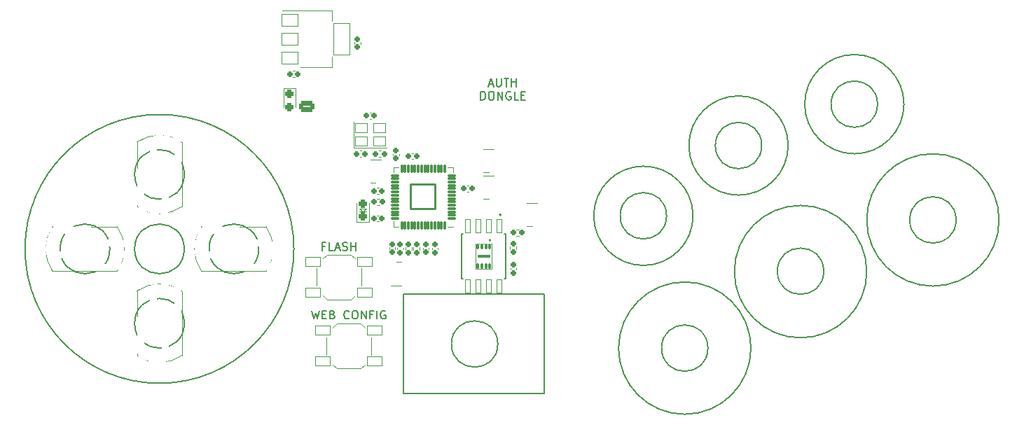
<source format=gbr>
%TF.GenerationSoftware,KiCad,Pcbnew,8.0.0*%
%TF.CreationDate,2024-02-23T16:44:12-07:00*%
%TF.ProjectId,saturn_controller_pcb,73617475-726e-45f6-936f-6e74726f6c6c,4a*%
%TF.SameCoordinates,Original*%
%TF.FileFunction,Legend,Top*%
%TF.FilePolarity,Positive*%
%FSLAX46Y46*%
G04 Gerber Fmt 4.6, Leading zero omitted, Abs format (unit mm)*
G04 Created by KiCad (PCBNEW 8.0.0) date 2024-02-23 16:44:12*
%MOMM*%
%LPD*%
G01*
G04 APERTURE LIST*
G04 Aperture macros list*
%AMRoundRect*
0 Rectangle with rounded corners*
0 $1 Rounding radius*
0 $2 $3 $4 $5 $6 $7 $8 $9 X,Y pos of 4 corners*
0 Add a 4 corners polygon primitive as box body*
4,1,4,$2,$3,$4,$5,$6,$7,$8,$9,$2,$3,0*
0 Add four circle primitives for the rounded corners*
1,1,$1+$1,$2,$3*
1,1,$1+$1,$4,$5*
1,1,$1+$1,$6,$7*
1,1,$1+$1,$8,$9*
0 Add four rect primitives between the rounded corners*
20,1,$1+$1,$2,$3,$4,$5,0*
20,1,$1+$1,$4,$5,$6,$7,0*
20,1,$1+$1,$6,$7,$8,$9,0*
20,1,$1+$1,$8,$9,$2,$3,0*%
%AMHorizOval*
0 Thick line with rounded ends*
0 $1 width*
0 $2 $3 position (X,Y) of the first rounded end (center of the circle)*
0 $4 $5 position (X,Y) of the second rounded end (center of the circle)*
0 Add line between two ends*
20,1,$1,$2,$3,$4,$5,0*
0 Add two circle primitives to create the rounded ends*
1,1,$1,$2,$3*
1,1,$1,$4,$5*%
G04 Aperture macros list end*
%ADD10C,0.150000*%
%ADD11C,0.120000*%
%ADD12C,0.127000*%
%ADD13C,0.200000*%
%ADD14RoundRect,0.050800X-1.000000X-0.750000X1.000000X-0.750000X1.000000X0.750000X-1.000000X0.750000X0*%
%ADD15RoundRect,0.050800X-1.000000X-1.900000X1.000000X-1.900000X1.000000X1.900000X-1.000000X1.900000X0*%
%ADD16RoundRect,0.050800X-0.900000X-0.550000X0.900000X-0.550000X0.900000X0.550000X-0.900000X0.550000X0*%
%ADD17RoundRect,0.165400X0.165400X0.195400X-0.165400X0.195400X-0.165400X-0.195400X0.165400X-0.195400X0*%
%ADD18RoundRect,0.165400X-0.195400X0.165400X-0.195400X-0.165400X0.195400X-0.165400X0.195400X0.165400X0*%
%ADD19O,0.801600X0.301600*%
%ADD20RoundRect,0.050800X0.146720X0.153210X-0.153210X0.146720X-0.146720X-0.153210X0.153210X-0.146720X0*%
%ADD21RoundRect,0.050800X0.163088X0.135655X-0.135655X0.163088X-0.163088X-0.135655X0.135655X-0.163088X0*%
%ADD22RoundRect,0.050800X0.128473X0.168803X-0.168803X0.128473X-0.128473X-0.168803X0.168803X-0.128473X0*%
%ADD23RoundRect,0.050800X0.177369X0.116363X-0.116363X0.177369X-0.177369X-0.116363X0.116363X-0.177369X0*%
%ADD24RoundRect,0.050800X0.108582X0.182236X-0.182236X0.108582X-0.108582X-0.182236X0.182236X-0.108582X0*%
%ADD25RoundRect,0.050800X0.189378X0.095582X-0.095582X0.189378X-0.189378X-0.095582X0.095582X-0.189378X0*%
%ADD26RoundRect,0.050800X0.087300X0.193336X-0.193336X0.087300X-0.087300X-0.193336X0.193336X-0.087300X0*%
%ADD27RoundRect,0.050800X0.198964X0.073576X-0.073576X0.198964X-0.198964X-0.073576X0.073576X-0.198964X0*%
%ADD28RoundRect,0.050800X0.064901X0.201960X-0.201960X0.064901X-0.064901X-0.201960X0.201960X-0.064901X0*%
%ADD29RoundRect,0.050800X0.206002X0.050629X-0.050629X0.206002X-0.206002X-0.050629X0.050629X-0.206002X0*%
%ADD30RoundRect,0.050800X0.041671X0.207999X-0.207999X0.041671X-0.041671X-0.207999X0.207999X-0.041671X0*%
%ADD31RoundRect,0.050800X0.210402X0.027034X-0.027034X0.210402X-0.210402X-0.027034X0.027034X-0.210402X0*%
%ADD32RoundRect,0.050800X0.017908X0.211375X-0.211375X0.017908X-0.017908X-0.211375X0.211375X-0.017908X0*%
%ADD33RoundRect,0.050800X0.212109X0.003093X-0.003093X0.212109X-0.212109X-0.003093X0.003093X-0.212109X0*%
%ADD34RoundRect,0.050800X-0.006085X0.212045X-0.212045X-0.006085X0.006085X-0.212045X0.212045X0.006085X0*%
%ADD35RoundRect,0.050800X0.211101X-0.020888X0.020888X0.211101X-0.211101X0.020888X-0.020888X-0.211101X0*%
%ADD36RoundRect,0.050800X-0.030000X0.210000X-0.210000X-0.030000X0.030000X-0.210000X0.210000X0.030000X0*%
%ADD37RoundRect,0.050800X0.207390X-0.044602X0.044602X0.207390X-0.207390X0.044602X-0.044602X-0.207390X0*%
%ADD38RoundRect,0.050800X0.203246X-0.060754X0.060754X0.203246X-0.203246X0.060754X-0.060754X-0.203246X0*%
%ADD39O,1.289034X0.401600*%
%ADD40O,3.479009X0.401600*%
%ADD41O,4.069223X0.401600*%
%ADD42O,4.608059X0.401600*%
%ADD43O,4.535632X0.401600*%
%ADD44O,4.270727X0.401600*%
%ADD45O,3.039444X0.401600*%
%ADD46O,1.601600X0.401600*%
%ADD47RoundRect,0.050800X0.060754X-0.203246X0.203246X0.060754X-0.060754X0.203246X-0.203246X-0.060754X0*%
%ADD48RoundRect,0.050800X0.037405X-0.208808X0.208808X0.037405X-0.037405X0.208808X-0.208808X-0.037405X0*%
%ADD49RoundRect,0.050800X-0.210000X0.030000X-0.030000X-0.210000X0.210000X-0.030000X0.030000X0.210000X0*%
%ADD50RoundRect,0.050800X0.013578X-0.211697X0.211697X0.013578X-0.013578X0.211697X-0.211697X-0.013578X0*%
%ADD51RoundRect,0.050800X-0.211708X0.013412X-0.013412X-0.211708X0.211708X-0.013412X0.013412X0.211708X0*%
%ADD52RoundRect,0.050800X-0.010424X-0.211876X0.211876X-0.010424X0.010424X0.211876X-0.211876X0.010424X0*%
%ADD53RoundRect,0.050800X-0.211868X-0.010589X0.010589X-0.211868X0.211868X0.010589X-0.010589X0.211868X0*%
%ADD54RoundRect,0.050800X-0.034292X-0.209342X0.209342X-0.034292X0.034292X0.209342X-0.209342X0.034292X0*%
%ADD55RoundRect,0.050800X-0.209315X-0.034455X0.034455X-0.209315X0.209315X0.034455X-0.034455X0.209315X0*%
%ADD56RoundRect,0.050800X-0.057721X-0.204128X0.204128X-0.057721X0.057721X0.204128X-0.204128X0.057721X0*%
%ADD57RoundRect,0.050800X-0.204083X-0.057880X0.057880X-0.204083X0.204083X0.057880X-0.057880X0.204083X0*%
%ADD58RoundRect,0.050800X-0.080411X-0.196301X0.196301X-0.080411X0.080411X0.196301X-0.196301X0.080411X0*%
%ADD59RoundRect,0.050800X-0.196238X-0.080564X0.080564X-0.196238X0.196238X0.080564X-0.080564X0.196238X0*%
%ADD60RoundRect,0.050800X-0.102072X-0.185961X0.185961X-0.102072X0.102072X0.185961X-0.185961X0.102072X0*%
%ADD61RoundRect,0.050800X-0.185881X-0.102217X0.102217X-0.185881X0.185881X0.102217X-0.102217X0.185881X0*%
%ADD62RoundRect,0.050800X-0.122425X-0.173240X0.173240X-0.122425X0.122425X0.173240X-0.173240X0.122425X0*%
%ADD63RoundRect,0.050800X-0.173144X-0.122561X0.122561X-0.173144X0.173144X0.122561X-0.122561X0.173144X0*%
%ADD64RoundRect,0.050800X-0.141212X-0.158301X0.158301X-0.141212X0.141212X0.158301X-0.158301X0.141212X0*%
%ADD65RoundRect,0.050800X-0.158191X-0.141336X0.141336X-0.158191X0.158191X0.141336X-0.141336X0.158191X0*%
%ADD66RoundRect,0.160400X0.160400X0.210400X-0.160400X0.210400X-0.160400X-0.210400X0.160400X-0.210400X0*%
%ADD67RoundRect,0.160400X-0.160400X-0.210400X0.160400X-0.210400X0.160400X0.210400X-0.160400X0.210400X0*%
%ADD68RoundRect,0.160400X0.210400X-0.160400X0.210400X0.160400X-0.210400X0.160400X-0.210400X-0.160400X0*%
%ADD69O,0.851600X0.851600*%
%ADD70HorizOval,0.851600X0.000000X0.000000X0.000000X0.000000X0*%
%ADD71HorizOval,0.851600X0.000000X0.000000X0.000000X0.000000X0*%
%ADD72HorizOval,0.851600X0.000000X0.000000X0.000000X0.000000X0*%
%ADD73HorizOval,0.851600X0.000000X0.000000X0.000000X0.000000X0*%
%ADD74HorizOval,0.851600X0.000000X0.000000X0.000000X0.000000X0*%
%ADD75HorizOval,0.851600X0.000000X0.000000X0.000000X0.000000X0*%
%ADD76HorizOval,0.851600X0.000000X0.000000X0.000000X0.000000X0*%
%ADD77HorizOval,0.851600X0.000000X0.000000X0.000000X0.000000X0*%
%ADD78HorizOval,0.851600X0.000000X0.000000X0.000000X0.000000X0*%
%ADD79HorizOval,0.851600X0.000000X0.000000X0.000000X0.000000X0*%
%ADD80HorizOval,0.851600X0.000000X0.000000X0.000000X0.000000X0*%
%ADD81HorizOval,0.851600X0.000000X0.000000X0.000000X0.000000X0*%
%ADD82HorizOval,0.851600X0.000000X0.000000X0.000000X0.000000X0*%
%ADD83HorizOval,0.851600X0.000000X0.000000X0.000000X0.000000X0*%
%ADD84HorizOval,0.851600X0.000000X0.000000X0.000000X0.000000X0*%
%ADD85HorizOval,0.851600X0.000000X0.000000X0.000000X0.000000X0*%
%ADD86HorizOval,0.851600X0.000000X0.000000X0.000000X0.000000X0*%
%ADD87HorizOval,0.851600X0.000000X0.000000X0.000000X0.000000X0*%
%ADD88HorizOval,0.851600X0.000000X0.000000X0.000000X0.000000X0*%
%ADD89HorizOval,0.851600X0.000000X0.000000X0.000000X0.000000X0*%
%ADD90HorizOval,0.851600X0.000000X0.000000X0.000000X0.000000X0*%
%ADD91HorizOval,0.851600X0.000000X0.000000X0.000000X0.000000X0*%
%ADD92O,0.851600X5.101600*%
%ADD93O,0.851600X7.101600*%
%ADD94HorizOval,0.851600X0.000000X0.000000X0.000000X0.000000X0*%
%ADD95HorizOval,0.851600X0.000000X0.000000X0.000000X0.000000X0*%
%ADD96HorizOval,0.851600X0.000000X0.000000X0.000000X0.000000X0*%
%ADD97HorizOval,0.851600X0.000000X0.000000X0.000000X0.000000X0*%
%ADD98HorizOval,0.851600X0.000000X0.000000X0.000000X0.000000X0*%
%ADD99HorizOval,0.851600X0.000000X0.000000X0.000000X0.000000X0*%
%ADD100HorizOval,0.851600X0.000000X0.000000X0.000000X0.000000X0*%
%ADD101HorizOval,0.851600X0.000000X0.000000X0.000000X0.000000X0*%
%ADD102HorizOval,0.851600X0.000000X0.000000X0.000000X0.000000X0*%
%ADD103HorizOval,0.851600X0.000000X0.000000X0.000000X0.000000X0*%
%ADD104HorizOval,0.851600X0.000000X0.000000X0.000000X0.000000X0*%
%ADD105HorizOval,0.851600X0.000000X0.000000X0.000000X0.000000X0*%
%ADD106HorizOval,0.851600X0.000000X0.000000X0.000000X0.000000X0*%
%ADD107HorizOval,0.851600X0.000000X0.000000X0.000000X0.000000X0*%
%ADD108HorizOval,0.851600X0.000000X0.000000X0.000000X0.000000X0*%
%ADD109HorizOval,0.851600X0.000000X0.000000X0.000000X0.000000X0*%
%ADD110HorizOval,0.851600X0.000000X0.000000X0.000000X0.000000X0*%
%ADD111HorizOval,0.851600X0.000000X0.000000X0.000000X0.000000X0*%
%ADD112HorizOval,0.851600X0.000000X0.000000X0.000000X0.000000X0*%
%ADD113HorizOval,0.851600X0.000000X0.000000X0.000000X0.000000X0*%
%ADD114HorizOval,0.851600X0.000000X0.000000X0.000000X0.000000X0*%
%ADD115HorizOval,0.851600X0.000000X0.000000X0.000000X0.000000X0*%
%ADD116RoundRect,0.165400X-0.165400X-0.195400X0.165400X-0.195400X0.165400X0.195400X-0.165400X0.195400X0*%
%ADD117RoundRect,0.244150X0.281650X-0.244150X0.281650X0.244150X-0.281650X0.244150X-0.281650X-0.244150X0*%
%ADD118RoundRect,0.244150X-0.281650X0.244150X-0.281650X-0.244150X0.281650X-0.244150X0.281650X0.244150X0*%
%ADD119HorizOval,0.851600X0.000000X0.000000X0.000000X0.000000X0*%
%ADD120HorizOval,0.851600X0.000000X0.000000X0.000000X0.000000X0*%
%ADD121HorizOval,0.851600X0.000000X0.000000X0.000000X0.000000X0*%
%ADD122HorizOval,0.851600X0.000000X0.000000X0.000000X0.000000X0*%
%ADD123HorizOval,0.851600X0.000000X0.000000X0.000000X0.000000X0*%
%ADD124HorizOval,0.851600X0.000000X0.000000X0.000000X0.000000X0*%
%ADD125HorizOval,0.851600X0.000000X0.000000X0.000000X0.000000X0*%
%ADD126HorizOval,0.851600X0.000000X0.000000X0.000000X0.000000X0*%
%ADD127HorizOval,0.851600X0.000000X0.000000X0.000000X0.000000X0*%
%ADD128HorizOval,0.851600X0.000000X0.000000X0.000000X0.000000X0*%
%ADD129HorizOval,0.851600X0.000000X0.000000X0.000000X0.000000X0*%
%ADD130HorizOval,0.851600X0.000000X0.000000X0.000000X0.000000X0*%
%ADD131HorizOval,0.851600X0.000000X0.000000X0.000000X0.000000X0*%
%ADD132HorizOval,0.851600X0.000000X0.000000X0.000000X0.000000X0*%
%ADD133HorizOval,0.851600X0.000000X0.000000X0.000000X0.000000X0*%
%ADD134HorizOval,0.851600X0.000000X0.000000X0.000000X0.000000X0*%
%ADD135HorizOval,0.851600X0.000000X0.000000X0.000000X0.000000X0*%
%ADD136HorizOval,0.851600X0.000000X0.000000X0.000000X0.000000X0*%
%ADD137HorizOval,0.851600X0.000000X0.000000X0.000000X0.000000X0*%
%ADD138HorizOval,0.851600X0.000000X0.000000X0.000000X0.000000X0*%
%ADD139HorizOval,0.851600X0.000000X0.000000X0.000000X0.000000X0*%
%ADD140HorizOval,0.851600X0.000000X0.000000X0.000000X0.000000X0*%
%ADD141O,5.101600X0.851600*%
%ADD142O,7.101600X0.851600*%
%ADD143HorizOval,0.851600X0.000000X0.000000X0.000000X0.000000X0*%
%ADD144HorizOval,0.851600X0.000000X0.000000X0.000000X0.000000X0*%
%ADD145HorizOval,0.851600X0.000000X0.000000X0.000000X0.000000X0*%
%ADD146HorizOval,0.851600X0.000000X0.000000X0.000000X0.000000X0*%
%ADD147HorizOval,0.851600X0.000000X0.000000X0.000000X0.000000X0*%
%ADD148HorizOval,0.851600X0.000000X0.000000X0.000000X0.000000X0*%
%ADD149HorizOval,0.851600X0.000000X0.000000X0.000000X0.000000X0*%
%ADD150HorizOval,0.851600X0.000000X0.000000X0.000000X0.000000X0*%
%ADD151HorizOval,0.851600X0.000000X0.000000X0.000000X0.000000X0*%
%ADD152HorizOval,0.851600X0.000000X0.000000X0.000000X0.000000X0*%
%ADD153HorizOval,0.851600X0.000000X0.000000X0.000000X0.000000X0*%
%ADD154HorizOval,0.851600X0.000000X0.000000X0.000000X0.000000X0*%
%ADD155HorizOval,0.851600X0.000000X0.000000X0.000000X0.000000X0*%
%ADD156HorizOval,0.851600X0.000000X0.000000X0.000000X0.000000X0*%
%ADD157HorizOval,0.851600X0.000000X0.000000X0.000000X0.000000X0*%
%ADD158HorizOval,0.851600X0.000000X0.000000X0.000000X0.000000X0*%
%ADD159HorizOval,0.851600X0.000000X0.000000X0.000000X0.000000X0*%
%ADD160HorizOval,0.851600X0.000000X0.000000X0.000000X0.000000X0*%
%ADD161HorizOval,0.851600X0.000000X0.000000X0.000000X0.000000X0*%
%ADD162HorizOval,0.851600X0.000000X0.000000X0.000000X0.000000X0*%
%ADD163HorizOval,0.851600X0.000000X0.000000X0.000000X0.000000X0*%
%ADD164HorizOval,0.851600X0.000000X0.000000X0.000000X0.000000X0*%
%ADD165RoundRect,0.050800X-0.290000X0.805000X-0.290000X-0.805000X0.290000X-0.805000X0.290000X0.805000X0*%
%ADD166RoundRect,0.100400X-0.100400X0.250400X-0.100400X-0.250400X0.100400X-0.250400X0.100400X0.250400X0*%
%ADD167RoundRect,0.075400X-0.725400X0.075400X-0.725400X-0.075400X0.725400X-0.075400X0.725400X0.075400X0*%
%ADD168RoundRect,0.050800X-0.700000X-0.575000X0.700000X-0.575000X0.700000X0.575000X-0.700000X0.575000X0*%
%ADD169RoundRect,0.050800X0.900000X0.550000X-0.900000X0.550000X-0.900000X-0.550000X0.900000X-0.550000X0*%
%ADD170RoundRect,0.075400X0.412900X0.075400X-0.412900X0.075400X-0.412900X-0.075400X0.412900X-0.075400X0*%
%ADD171RoundRect,0.075400X0.075400X0.412900X-0.075400X0.412900X-0.075400X-0.412900X0.075400X-0.412900X0*%
%ADD172RoundRect,0.148572X1.502228X1.502228X-1.502228X1.502228X-1.502228X-1.502228X1.502228X-1.502228X0*%
%ADD173C,1.701600*%
%ADD174C,3.101600*%
%ADD175RoundRect,0.165400X0.195400X-0.165400X0.195400X0.165400X-0.195400X0.165400X-0.195400X-0.165400X0*%
%ADD176C,2.201600*%
%ADD177C,1.851600*%
%ADD178RoundRect,0.271167X-0.654633X0.379633X-0.654633X-0.379633X0.654633X-0.379633X0.654633X0.379633X0*%
%ADD179O,1.851600X1.301600*%
G04 APERTURE END LIST*
D10*
X173500000Y-101000000D02*
G75*
G02*
X161500000Y-101000000I-6000000J0D01*
G01*
X161500000Y-101000000D02*
G75*
G02*
X173500000Y-101000000I6000000J0D01*
G01*
X125250000Y-105000000D02*
G75*
G02*
X92750000Y-105000000I-16250000J0D01*
G01*
X92750000Y-105000000D02*
G75*
G02*
X125250000Y-105000000I16250000J0D01*
G01*
X112000000Y-105000000D02*
G75*
G02*
X106000000Y-105000000I-3000000J0D01*
G01*
X106000000Y-105000000D02*
G75*
G02*
X112000000Y-105000000I3000000J0D01*
G01*
X112000000Y-96000000D02*
G75*
G02*
X106000000Y-96000000I-3000000J0D01*
G01*
X106000000Y-96000000D02*
G75*
G02*
X112000000Y-96000000I3000000J0D01*
G01*
X180500000Y-117000000D02*
G75*
G02*
X164500000Y-117000000I-8000000J0D01*
G01*
X164500000Y-117000000D02*
G75*
G02*
X180500000Y-117000000I8000000J0D01*
G01*
X112000000Y-114000000D02*
G75*
G02*
X106000000Y-114000000I-3000000J0D01*
G01*
X106000000Y-114000000D02*
G75*
G02*
X112000000Y-114000000I3000000J0D01*
G01*
X194500000Y-107750000D02*
G75*
G02*
X178500000Y-107750000I-8000000J0D01*
G01*
X178500000Y-107750000D02*
G75*
G02*
X194500000Y-107750000I8000000J0D01*
G01*
X138500000Y-110500000D02*
X155500000Y-110500000D01*
X155500000Y-122500000D01*
X138500000Y-122500000D01*
X138500000Y-110500000D01*
X199000000Y-87500000D02*
G75*
G02*
X187000000Y-87500000I-6000000J0D01*
G01*
X187000000Y-87500000D02*
G75*
G02*
X199000000Y-87500000I6000000J0D01*
G01*
X103000000Y-105000000D02*
G75*
G02*
X97000000Y-105000000I-3000000J0D01*
G01*
X97000000Y-105000000D02*
G75*
G02*
X103000000Y-105000000I3000000J0D01*
G01*
X210500000Y-101500000D02*
G75*
G02*
X194500000Y-101500000I-8000000J0D01*
G01*
X194500000Y-101500000D02*
G75*
G02*
X210500000Y-101500000I8000000J0D01*
G01*
X185000000Y-92500000D02*
G75*
G02*
X173000000Y-92500000I-6000000J0D01*
G01*
X173000000Y-92500000D02*
G75*
G02*
X185000000Y-92500000I6000000J0D01*
G01*
X121000000Y-105000000D02*
G75*
G02*
X115000000Y-105000000I-3000000J0D01*
G01*
X115000000Y-105000000D02*
G75*
G02*
X121000000Y-105000000I3000000J0D01*
G01*
X148835225Y-85084160D02*
X149311415Y-85084160D01*
X148739987Y-85369875D02*
X149073320Y-84369875D01*
X149073320Y-84369875D02*
X149406653Y-85369875D01*
X149739987Y-84369875D02*
X149739987Y-85179398D01*
X149739987Y-85179398D02*
X149787606Y-85274636D01*
X149787606Y-85274636D02*
X149835225Y-85322256D01*
X149835225Y-85322256D02*
X149930463Y-85369875D01*
X149930463Y-85369875D02*
X150120939Y-85369875D01*
X150120939Y-85369875D02*
X150216177Y-85322256D01*
X150216177Y-85322256D02*
X150263796Y-85274636D01*
X150263796Y-85274636D02*
X150311415Y-85179398D01*
X150311415Y-85179398D02*
X150311415Y-84369875D01*
X150644749Y-84369875D02*
X151216177Y-84369875D01*
X150930463Y-85369875D02*
X150930463Y-84369875D01*
X151549511Y-85369875D02*
X151549511Y-84369875D01*
X151549511Y-84846065D02*
X152120939Y-84846065D01*
X152120939Y-85369875D02*
X152120939Y-84369875D01*
X147835225Y-86979819D02*
X147835225Y-85979819D01*
X147835225Y-85979819D02*
X148073320Y-85979819D01*
X148073320Y-85979819D02*
X148216177Y-86027438D01*
X148216177Y-86027438D02*
X148311415Y-86122676D01*
X148311415Y-86122676D02*
X148359034Y-86217914D01*
X148359034Y-86217914D02*
X148406653Y-86408390D01*
X148406653Y-86408390D02*
X148406653Y-86551247D01*
X148406653Y-86551247D02*
X148359034Y-86741723D01*
X148359034Y-86741723D02*
X148311415Y-86836961D01*
X148311415Y-86836961D02*
X148216177Y-86932200D01*
X148216177Y-86932200D02*
X148073320Y-86979819D01*
X148073320Y-86979819D02*
X147835225Y-86979819D01*
X149025701Y-85979819D02*
X149216177Y-85979819D01*
X149216177Y-85979819D02*
X149311415Y-86027438D01*
X149311415Y-86027438D02*
X149406653Y-86122676D01*
X149406653Y-86122676D02*
X149454272Y-86313152D01*
X149454272Y-86313152D02*
X149454272Y-86646485D01*
X149454272Y-86646485D02*
X149406653Y-86836961D01*
X149406653Y-86836961D02*
X149311415Y-86932200D01*
X149311415Y-86932200D02*
X149216177Y-86979819D01*
X149216177Y-86979819D02*
X149025701Y-86979819D01*
X149025701Y-86979819D02*
X148930463Y-86932200D01*
X148930463Y-86932200D02*
X148835225Y-86836961D01*
X148835225Y-86836961D02*
X148787606Y-86646485D01*
X148787606Y-86646485D02*
X148787606Y-86313152D01*
X148787606Y-86313152D02*
X148835225Y-86122676D01*
X148835225Y-86122676D02*
X148930463Y-86027438D01*
X148930463Y-86027438D02*
X149025701Y-85979819D01*
X149882844Y-86979819D02*
X149882844Y-85979819D01*
X149882844Y-85979819D02*
X150454272Y-86979819D01*
X150454272Y-86979819D02*
X150454272Y-85979819D01*
X151454272Y-86027438D02*
X151359034Y-85979819D01*
X151359034Y-85979819D02*
X151216177Y-85979819D01*
X151216177Y-85979819D02*
X151073320Y-86027438D01*
X151073320Y-86027438D02*
X150978082Y-86122676D01*
X150978082Y-86122676D02*
X150930463Y-86217914D01*
X150930463Y-86217914D02*
X150882844Y-86408390D01*
X150882844Y-86408390D02*
X150882844Y-86551247D01*
X150882844Y-86551247D02*
X150930463Y-86741723D01*
X150930463Y-86741723D02*
X150978082Y-86836961D01*
X150978082Y-86836961D02*
X151073320Y-86932200D01*
X151073320Y-86932200D02*
X151216177Y-86979819D01*
X151216177Y-86979819D02*
X151311415Y-86979819D01*
X151311415Y-86979819D02*
X151454272Y-86932200D01*
X151454272Y-86932200D02*
X151501891Y-86884580D01*
X151501891Y-86884580D02*
X151501891Y-86551247D01*
X151501891Y-86551247D02*
X151311415Y-86551247D01*
X152406653Y-86979819D02*
X151930463Y-86979819D01*
X151930463Y-86979819D02*
X151930463Y-85979819D01*
X152739987Y-86456009D02*
X153073320Y-86456009D01*
X153216177Y-86979819D02*
X152739987Y-86979819D01*
X152739987Y-86979819D02*
X152739987Y-85979819D01*
X152739987Y-85979819D02*
X153216177Y-85979819D01*
X127441541Y-112469819D02*
X127679636Y-113469819D01*
X127679636Y-113469819D02*
X127870112Y-112755533D01*
X127870112Y-112755533D02*
X128060588Y-113469819D01*
X128060588Y-113469819D02*
X128298684Y-112469819D01*
X128679636Y-112946009D02*
X129012969Y-112946009D01*
X129155826Y-113469819D02*
X128679636Y-113469819D01*
X128679636Y-113469819D02*
X128679636Y-112469819D01*
X128679636Y-112469819D02*
X129155826Y-112469819D01*
X129917731Y-112946009D02*
X130060588Y-112993628D01*
X130060588Y-112993628D02*
X130108207Y-113041247D01*
X130108207Y-113041247D02*
X130155826Y-113136485D01*
X130155826Y-113136485D02*
X130155826Y-113279342D01*
X130155826Y-113279342D02*
X130108207Y-113374580D01*
X130108207Y-113374580D02*
X130060588Y-113422200D01*
X130060588Y-113422200D02*
X129965350Y-113469819D01*
X129965350Y-113469819D02*
X129584398Y-113469819D01*
X129584398Y-113469819D02*
X129584398Y-112469819D01*
X129584398Y-112469819D02*
X129917731Y-112469819D01*
X129917731Y-112469819D02*
X130012969Y-112517438D01*
X130012969Y-112517438D02*
X130060588Y-112565057D01*
X130060588Y-112565057D02*
X130108207Y-112660295D01*
X130108207Y-112660295D02*
X130108207Y-112755533D01*
X130108207Y-112755533D02*
X130060588Y-112850771D01*
X130060588Y-112850771D02*
X130012969Y-112898390D01*
X130012969Y-112898390D02*
X129917731Y-112946009D01*
X129917731Y-112946009D02*
X129584398Y-112946009D01*
X131917731Y-113374580D02*
X131870112Y-113422200D01*
X131870112Y-113422200D02*
X131727255Y-113469819D01*
X131727255Y-113469819D02*
X131632017Y-113469819D01*
X131632017Y-113469819D02*
X131489160Y-113422200D01*
X131489160Y-113422200D02*
X131393922Y-113326961D01*
X131393922Y-113326961D02*
X131346303Y-113231723D01*
X131346303Y-113231723D02*
X131298684Y-113041247D01*
X131298684Y-113041247D02*
X131298684Y-112898390D01*
X131298684Y-112898390D02*
X131346303Y-112707914D01*
X131346303Y-112707914D02*
X131393922Y-112612676D01*
X131393922Y-112612676D02*
X131489160Y-112517438D01*
X131489160Y-112517438D02*
X131632017Y-112469819D01*
X131632017Y-112469819D02*
X131727255Y-112469819D01*
X131727255Y-112469819D02*
X131870112Y-112517438D01*
X131870112Y-112517438D02*
X131917731Y-112565057D01*
X132536779Y-112469819D02*
X132727255Y-112469819D01*
X132727255Y-112469819D02*
X132822493Y-112517438D01*
X132822493Y-112517438D02*
X132917731Y-112612676D01*
X132917731Y-112612676D02*
X132965350Y-112803152D01*
X132965350Y-112803152D02*
X132965350Y-113136485D01*
X132965350Y-113136485D02*
X132917731Y-113326961D01*
X132917731Y-113326961D02*
X132822493Y-113422200D01*
X132822493Y-113422200D02*
X132727255Y-113469819D01*
X132727255Y-113469819D02*
X132536779Y-113469819D01*
X132536779Y-113469819D02*
X132441541Y-113422200D01*
X132441541Y-113422200D02*
X132346303Y-113326961D01*
X132346303Y-113326961D02*
X132298684Y-113136485D01*
X132298684Y-113136485D02*
X132298684Y-112803152D01*
X132298684Y-112803152D02*
X132346303Y-112612676D01*
X132346303Y-112612676D02*
X132441541Y-112517438D01*
X132441541Y-112517438D02*
X132536779Y-112469819D01*
X133393922Y-113469819D02*
X133393922Y-112469819D01*
X133393922Y-112469819D02*
X133965350Y-113469819D01*
X133965350Y-113469819D02*
X133965350Y-112469819D01*
X134774874Y-112946009D02*
X134441541Y-112946009D01*
X134441541Y-113469819D02*
X134441541Y-112469819D01*
X134441541Y-112469819D02*
X134917731Y-112469819D01*
X135298684Y-113469819D02*
X135298684Y-112469819D01*
X136298683Y-112517438D02*
X136203445Y-112469819D01*
X136203445Y-112469819D02*
X136060588Y-112469819D01*
X136060588Y-112469819D02*
X135917731Y-112517438D01*
X135917731Y-112517438D02*
X135822493Y-112612676D01*
X135822493Y-112612676D02*
X135774874Y-112707914D01*
X135774874Y-112707914D02*
X135727255Y-112898390D01*
X135727255Y-112898390D02*
X135727255Y-113041247D01*
X135727255Y-113041247D02*
X135774874Y-113231723D01*
X135774874Y-113231723D02*
X135822493Y-113326961D01*
X135822493Y-113326961D02*
X135917731Y-113422200D01*
X135917731Y-113422200D02*
X136060588Y-113469819D01*
X136060588Y-113469819D02*
X136155826Y-113469819D01*
X136155826Y-113469819D02*
X136298683Y-113422200D01*
X136298683Y-113422200D02*
X136346302Y-113374580D01*
X136346302Y-113374580D02*
X136346302Y-113041247D01*
X136346302Y-113041247D02*
X136155826Y-113041247D01*
X128990112Y-104676009D02*
X128656779Y-104676009D01*
X128656779Y-105199819D02*
X128656779Y-104199819D01*
X128656779Y-104199819D02*
X129132969Y-104199819D01*
X129990112Y-105199819D02*
X129513922Y-105199819D01*
X129513922Y-105199819D02*
X129513922Y-104199819D01*
X130275827Y-104914104D02*
X130752017Y-104914104D01*
X130180589Y-105199819D02*
X130513922Y-104199819D01*
X130513922Y-104199819D02*
X130847255Y-105199819D01*
X131132970Y-105152200D02*
X131275827Y-105199819D01*
X131275827Y-105199819D02*
X131513922Y-105199819D01*
X131513922Y-105199819D02*
X131609160Y-105152200D01*
X131609160Y-105152200D02*
X131656779Y-105104580D01*
X131656779Y-105104580D02*
X131704398Y-105009342D01*
X131704398Y-105009342D02*
X131704398Y-104914104D01*
X131704398Y-104914104D02*
X131656779Y-104818866D01*
X131656779Y-104818866D02*
X131609160Y-104771247D01*
X131609160Y-104771247D02*
X131513922Y-104723628D01*
X131513922Y-104723628D02*
X131323446Y-104676009D01*
X131323446Y-104676009D02*
X131228208Y-104628390D01*
X131228208Y-104628390D02*
X131180589Y-104580771D01*
X131180589Y-104580771D02*
X131132970Y-104485533D01*
X131132970Y-104485533D02*
X131132970Y-104390295D01*
X131132970Y-104390295D02*
X131180589Y-104295057D01*
X131180589Y-104295057D02*
X131228208Y-104247438D01*
X131228208Y-104247438D02*
X131323446Y-104199819D01*
X131323446Y-104199819D02*
X131561541Y-104199819D01*
X131561541Y-104199819D02*
X131704398Y-104247438D01*
X132132970Y-105199819D02*
X132132970Y-104199819D01*
X132132970Y-104676009D02*
X132704398Y-104676009D01*
X132704398Y-105199819D02*
X132704398Y-104199819D01*
D11*
%TO.C,U3*%
X123820000Y-76210000D02*
X129830000Y-76210000D01*
X126070000Y-83030000D02*
X129830000Y-83030000D01*
X129830000Y-76210000D02*
X129830000Y-77470000D01*
X129830000Y-83030000D02*
X129830000Y-81770000D01*
%TO.C,SW14*%
X127980000Y-109450000D02*
X127980000Y-107370000D01*
X129250000Y-105690000D02*
X128760000Y-106180000D01*
X129250000Y-105690000D02*
X132150000Y-105690000D01*
X129250000Y-111130000D02*
X128760000Y-110640000D01*
X129250000Y-111130000D02*
X132150000Y-111130000D01*
X132150000Y-105690000D02*
X132640000Y-106180000D01*
X132150000Y-111130000D02*
X132640000Y-110640000D01*
X133420000Y-109450000D02*
X133420000Y-107370000D01*
%TO.C,C11*%
X135523341Y-97627053D02*
X135307669Y-97627053D01*
X135523341Y-98347053D02*
X135307669Y-98347053D01*
%TO.C,C5*%
X151420000Y-107312164D02*
X151420000Y-107527836D01*
X152140000Y-107312164D02*
X152140000Y-107527836D01*
%TO.C,U5*%
X135140505Y-97037053D02*
X134490505Y-97037053D01*
X135790505Y-94237053D02*
X134490505Y-94237053D01*
%TO.C,U2*%
X154045000Y-102270000D02*
X153395000Y-102270000D01*
X154695000Y-99470000D02*
X153395000Y-99470000D01*
D10*
%TO.C,SW4*%
X149900000Y-116500000D02*
G75*
G02*
X144300000Y-116500000I-2800000J0D01*
G01*
X144300000Y-116500000D02*
G75*
G02*
X149900000Y-116500000I2800000J0D01*
G01*
%TO.C,SW6*%
X170300000Y-101000000D02*
G75*
G02*
X164700000Y-101000000I-2800000J0D01*
G01*
X164700000Y-101000000D02*
G75*
G02*
X170300000Y-101000000I2800000J0D01*
G01*
%TO.C,SW9*%
X205300000Y-101500000D02*
G75*
G02*
X199700000Y-101500000I-2800000J0D01*
G01*
X199700000Y-101500000D02*
G75*
G02*
X205300000Y-101500000I2800000J0D01*
G01*
D11*
%TO.C,R5*%
X135813641Y-93130000D02*
X135506359Y-93130000D01*
X135813641Y-93890000D02*
X135506359Y-93890000D01*
D10*
%TO.C,SW8*%
X195800000Y-87500000D02*
G75*
G02*
X190200000Y-87500000I-2800000J0D01*
G01*
X190200000Y-87500000D02*
G75*
G02*
X195800000Y-87500000I2800000J0D01*
G01*
D11*
%TO.C,R8*%
X135271864Y-98947053D02*
X135579146Y-98947053D01*
X135271864Y-99707053D02*
X135579146Y-99707053D01*
%TO.C,R7*%
X138715505Y-105110189D02*
X138715505Y-104802907D01*
X139475505Y-105110189D02*
X139475505Y-104802907D01*
%TO.C,C9*%
X135533341Y-100977053D02*
X135317669Y-100977053D01*
X135533341Y-101697053D02*
X135317669Y-101697053D01*
%TO.C,SW3*%
X106300000Y-99900000D02*
X106300000Y-92068426D01*
X111700000Y-99900000D02*
X111700000Y-92100000D01*
X106300000Y-92068427D02*
G75*
G02*
X111700000Y-92100000I2676907J-3965355D01*
G01*
X111700000Y-99900000D02*
G75*
G02*
X106300000Y-99900000I-2700000J3900000D01*
G01*
%TO.C,C12*%
X146177669Y-97357053D02*
X146393341Y-97357053D01*
X146177669Y-98077053D02*
X146393341Y-98077053D01*
%TO.C,C2*%
X132580000Y-80002164D02*
X132580000Y-80217836D01*
X133300000Y-80002164D02*
X133300000Y-80217836D01*
%TO.C,C13*%
X140845505Y-104839217D02*
X140845505Y-105054889D01*
X141565505Y-104839217D02*
X141565505Y-105054889D01*
%TO.C,U6*%
X136960000Y-109410000D02*
X138260000Y-109410000D01*
X137610000Y-106610000D02*
X138260000Y-106610000D01*
%TO.C,R4*%
X151400000Y-105033641D02*
X151400000Y-104726359D01*
X152160000Y-105033641D02*
X152160000Y-104726359D01*
D10*
%TO.C,SW11*%
X189300000Y-107700000D02*
G75*
G02*
X183700000Y-107700000I-2800000J0D01*
G01*
X183700000Y-107700000D02*
G75*
G02*
X189300000Y-107700000I2800000J0D01*
G01*
D11*
%TO.C,U1*%
X148785505Y-98957053D02*
X148135505Y-98957053D01*
X149435505Y-96157053D02*
X148135505Y-96157053D01*
%TO.C,R6*%
X139715505Y-105110189D02*
X139715505Y-104802907D01*
X140475505Y-105110189D02*
X140475505Y-104802907D01*
%TO.C,C10*%
X136765505Y-104819217D02*
X136765505Y-105034889D01*
X137485505Y-104819217D02*
X137485505Y-105034889D01*
%TO.C,D2*%
X132852288Y-99494553D02*
X132852288Y-101779553D01*
X132852288Y-101779553D02*
X134322288Y-101779553D01*
X133187288Y-100094553D02*
X133987288Y-100094553D01*
X133587288Y-100494553D02*
X133187288Y-100094553D01*
X133987288Y-100094553D02*
X133587288Y-100494553D01*
X133987288Y-100494553D02*
X133187288Y-100494553D01*
X134322288Y-101779553D02*
X134322288Y-99494553D01*
%TO.C,SW2*%
X106300000Y-117900000D02*
X106300000Y-110068426D01*
X111700000Y-117900000D02*
X111700000Y-110100000D01*
X106300000Y-110068427D02*
G75*
G02*
X111700000Y-110100000I2676907J-3965355D01*
G01*
X111700000Y-117900000D02*
G75*
G02*
X106300000Y-117900000I-2700000J3900000D01*
G01*
%TO.C,D1*%
X123995000Y-85577438D02*
X123995000Y-87862438D01*
X125465000Y-85577438D02*
X123995000Y-85577438D01*
X125465000Y-87862438D02*
X125465000Y-85577438D01*
%TO.C,SW1*%
X103900000Y-102300000D02*
X96100000Y-102300000D01*
X103900000Y-107700000D02*
X96068426Y-107700000D01*
X96068427Y-107700000D02*
G75*
G02*
X96100000Y-102300000I3965355J2676907D01*
G01*
X103900000Y-102300000D02*
G75*
G02*
X103900000Y-107700000I-3900000J-2700000D01*
G01*
%TO.C,C3*%
X133212164Y-93150000D02*
X133427836Y-93150000D01*
X133212164Y-93870000D02*
X133427836Y-93870000D01*
D10*
%TO.C,SW7*%
X175300000Y-117000000D02*
G75*
G02*
X169700000Y-117000000I-2800000J0D01*
G01*
X169700000Y-117000000D02*
G75*
G02*
X175300000Y-117000000I2800000J0D01*
G01*
D12*
%TO.C,FLASH1*%
X145510000Y-103200000D02*
X145510000Y-108580000D01*
X145690000Y-103200000D02*
X145510000Y-103200000D01*
X145690000Y-108580000D02*
X145510000Y-108580000D01*
X150890000Y-103200000D02*
X150710000Y-103200000D01*
X150890000Y-103200000D02*
X150890000Y-108580000D01*
X150890000Y-108580000D02*
X150710000Y-108580000D01*
D11*
X149200000Y-104390000D02*
X147200000Y-104390000D01*
X147200000Y-107390000D01*
X149200000Y-107390000D01*
X149200000Y-104390000D01*
X149061803Y-103940000D02*
G75*
G02*
X148838197Y-103940000I-111803J0D01*
G01*
X148838197Y-103940000D02*
G75*
G02*
X149061803Y-103940000I111803J0D01*
G01*
D13*
X150300000Y-100890000D02*
G75*
G02*
X150100000Y-100890000I-100000J0D01*
G01*
X150100000Y-100890000D02*
G75*
G02*
X150300000Y-100890000I100000J0D01*
G01*
D11*
%TO.C,Y1*%
X132500000Y-89625000D02*
X132500000Y-92775000D01*
X132500000Y-92775000D02*
X136500000Y-92775000D01*
%TO.C,C14*%
X139707836Y-93440000D02*
X139492164Y-93440000D01*
X139707836Y-94160000D02*
X139492164Y-94160000D01*
%TO.C,C4*%
X134392164Y-88540000D02*
X134607836Y-88540000D01*
X134392164Y-89260000D02*
X134607836Y-89260000D01*
%TO.C,SW13*%
X129180000Y-115710000D02*
X129180000Y-117790000D01*
X130450000Y-114030000D02*
X129960000Y-114520000D01*
X130450000Y-119470000D02*
X129960000Y-118980000D01*
X133350000Y-114030000D02*
X130450000Y-114030000D01*
X133350000Y-114030000D02*
X133840000Y-114520000D01*
X133350000Y-119470000D02*
X130450000Y-119470000D01*
X133350000Y-119470000D02*
X133840000Y-118980000D01*
X134620000Y-115710000D02*
X134620000Y-117790000D01*
%TO.C,SW0*%
X121900000Y-102300000D02*
X114100000Y-102300000D01*
X121900000Y-107700000D02*
X114068426Y-107700000D01*
X114068427Y-107700000D02*
G75*
G02*
X114100000Y-102300000I3965355J2676907D01*
G01*
X121900000Y-102300000D02*
G75*
G02*
X121900000Y-107700000I-3900000J-2700000D01*
G01*
%TO.C,U4*%
X137280505Y-95111548D02*
X137280505Y-95761548D01*
X137280505Y-102331548D02*
X137280505Y-101681548D01*
X137930505Y-95111548D02*
X137280505Y-95111548D01*
X137930505Y-102331548D02*
X137280505Y-102331548D01*
X143850505Y-95111548D02*
X144500505Y-95111548D01*
X143850505Y-102331548D02*
X144500505Y-102331548D01*
X144500505Y-95111548D02*
X144500505Y-95761548D01*
%TO.C,C8*%
X137745505Y-104849217D02*
X137745505Y-105064889D01*
X138465505Y-104849217D02*
X138465505Y-105064889D01*
%TO.C,C1*%
X125132164Y-83480000D02*
X125347836Y-83480000D01*
X125132164Y-84200000D02*
X125347836Y-84200000D01*
%TO.C,U7*%
X148785505Y-95757053D02*
X148135505Y-95757053D01*
X149435505Y-92957053D02*
X148135505Y-92957053D01*
%TO.C,R3*%
X152146359Y-102640000D02*
X152453641Y-102640000D01*
X152146359Y-103400000D02*
X152453641Y-103400000D01*
%TO.C,C7*%
X141955505Y-104849217D02*
X141955505Y-105064889D01*
X142675505Y-104849217D02*
X142675505Y-105064889D01*
D10*
%TO.C,SW10*%
X181800000Y-92500000D02*
G75*
G02*
X176200000Y-92500000I-2800000J0D01*
G01*
X176200000Y-92500000D02*
G75*
G02*
X181800000Y-92500000I2800000J0D01*
G01*
D11*
%TO.C,C6*%
X137240000Y-93707836D02*
X137240000Y-93492164D01*
X137960000Y-93707836D02*
X137960000Y-93492164D01*
%TD*%
%LPC*%
D14*
%TO.C,U3*%
X124770000Y-77320000D03*
X124770000Y-79620000D03*
D15*
X131070000Y-79620000D03*
D14*
X124770000Y-81920000D03*
%TD*%
D16*
%TO.C,SW14*%
X127600000Y-106560000D03*
X133800000Y-106560000D03*
X127600000Y-110260000D03*
X133800000Y-110260000D03*
%TD*%
D17*
%TO.C,C11*%
X135895505Y-97987053D03*
X134935505Y-97987053D03*
%TD*%
D18*
%TO.C,C5*%
X151780000Y-106940000D03*
X151780000Y-107900000D03*
%TD*%
D19*
%TO.C,U5*%
X135665505Y-96637053D03*
X135665505Y-96137053D03*
X135665505Y-95637053D03*
X135665505Y-95137053D03*
X135665505Y-94637053D03*
X134615505Y-94637053D03*
X134615505Y-95137053D03*
X134615505Y-95637053D03*
X134615505Y-96137053D03*
X134615505Y-96637053D03*
%TD*%
%TO.C,U2*%
X154570000Y-101870000D03*
X154570000Y-101370000D03*
X154570000Y-100870000D03*
X154570000Y-100370000D03*
X154570000Y-99870000D03*
X153520000Y-99870000D03*
X153520000Y-100370000D03*
X153520000Y-100870000D03*
X153520000Y-101370000D03*
X153520000Y-101870000D03*
%TD*%
D20*
%TO.C,SW4*%
X144600586Y-116554082D03*
D21*
X144610475Y-116271389D03*
D22*
X144622694Y-116836085D03*
D23*
X144652236Y-115991620D03*
D24*
X144676518Y-117113785D03*
D25*
X144725334Y-115718361D03*
D26*
X144761368Y-117383627D03*
D27*
X144828834Y-115455108D03*
D28*
X144876157Y-117642156D03*
D29*
X144961409Y-115205232D03*
D30*
X145019417Y-117886063D03*
D31*
X145121363Y-114971932D03*
D32*
X145189313Y-118112226D03*
D33*
X145306648Y-114758195D03*
D34*
X145383670Y-118317748D03*
D35*
X145514892Y-114566757D03*
D36*
X145600001Y-118500000D03*
D37*
X145743429Y-114400069D03*
D38*
X145912566Y-114300001D03*
D39*
X146506283Y-114300000D03*
D40*
X146717474Y-117900000D03*
D41*
X146792524Y-115500000D03*
D42*
X146861243Y-116700000D03*
D43*
X147350776Y-116100000D03*
D44*
X147383980Y-117300000D03*
D45*
X147552015Y-114900000D03*
D46*
X147850000Y-118500000D03*
D47*
X148287434Y-114300000D03*
D48*
X148528358Y-114448223D03*
D49*
X148599999Y-118500000D03*
D50*
X148750996Y-114622712D03*
D51*
X148752461Y-118375998D03*
D52*
X148952497Y-114821235D03*
D53*
X148953807Y-118177318D03*
D54*
X149130282Y-115041250D03*
D55*
X149131421Y-117957164D03*
D56*
X149282075Y-115279940D03*
D57*
X149283027Y-117718355D03*
D58*
X149405932Y-115534250D03*
D59*
X149406686Y-117463948D03*
D60*
X149500269Y-115800924D03*
D61*
X149500814Y-117197201D03*
D62*
X149563876Y-116076547D03*
D63*
X149564206Y-116921528D03*
D64*
X149595940Y-116357592D03*
D65*
X149596051Y-116640459D03*
%TD*%
D20*
%TO.C,SW6*%
X165000586Y-101054082D03*
D21*
X165010475Y-100771389D03*
D22*
X165022694Y-101336085D03*
D23*
X165052236Y-100491620D03*
D24*
X165076518Y-101613785D03*
D25*
X165125334Y-100218361D03*
D26*
X165161368Y-101883627D03*
D27*
X165228834Y-99955108D03*
D28*
X165276157Y-102142156D03*
D29*
X165361409Y-99705232D03*
D30*
X165419417Y-102386063D03*
D31*
X165521363Y-99471932D03*
D32*
X165589313Y-102612226D03*
D33*
X165706648Y-99258195D03*
D34*
X165783670Y-102817748D03*
D35*
X165914892Y-99066757D03*
D36*
X166000001Y-103000000D03*
D37*
X166143429Y-98900069D03*
D38*
X166312566Y-98800001D03*
D39*
X166906283Y-98800000D03*
D40*
X167117474Y-102400000D03*
D41*
X167192524Y-100000000D03*
D42*
X167261243Y-101200000D03*
D43*
X167750776Y-100600000D03*
D44*
X167783980Y-101800000D03*
D45*
X167952015Y-99400000D03*
D46*
X168250000Y-103000000D03*
D47*
X168687434Y-98800000D03*
D48*
X168928358Y-98948223D03*
D49*
X168999999Y-103000000D03*
D50*
X169150996Y-99122712D03*
D51*
X169152461Y-102875998D03*
D52*
X169352497Y-99321235D03*
D53*
X169353807Y-102677318D03*
D54*
X169530282Y-99541250D03*
D55*
X169531421Y-102457164D03*
D56*
X169682075Y-99779940D03*
D57*
X169683027Y-102218355D03*
D58*
X169805932Y-100034250D03*
D59*
X169806686Y-101963948D03*
D60*
X169900269Y-100300924D03*
D61*
X169900814Y-101697201D03*
D62*
X169963876Y-100576547D03*
D63*
X169964206Y-101421528D03*
D64*
X169995940Y-100857592D03*
D65*
X169996051Y-101140459D03*
%TD*%
D20*
%TO.C,SW9*%
X200000586Y-101554082D03*
D21*
X200010475Y-101271389D03*
D22*
X200022694Y-101836085D03*
D23*
X200052236Y-100991620D03*
D24*
X200076518Y-102113785D03*
D25*
X200125334Y-100718361D03*
D26*
X200161368Y-102383627D03*
D27*
X200228834Y-100455108D03*
D28*
X200276157Y-102642156D03*
D29*
X200361409Y-100205232D03*
D30*
X200419417Y-102886063D03*
D31*
X200521363Y-99971932D03*
D32*
X200589313Y-103112226D03*
D33*
X200706648Y-99758195D03*
D34*
X200783670Y-103317748D03*
D35*
X200914892Y-99566757D03*
D36*
X201000001Y-103500000D03*
D37*
X201143429Y-99400069D03*
D38*
X201312566Y-99300001D03*
D39*
X201906283Y-99300000D03*
D40*
X202117474Y-102900000D03*
D41*
X202192524Y-100500000D03*
D42*
X202261243Y-101700000D03*
D43*
X202750776Y-101100000D03*
D44*
X202783980Y-102300000D03*
D45*
X202952015Y-99900000D03*
D46*
X203250000Y-103500000D03*
D47*
X203687434Y-99300000D03*
D48*
X203928358Y-99448223D03*
D49*
X203999999Y-103500000D03*
D50*
X204150996Y-99622712D03*
D51*
X204152461Y-103375998D03*
D52*
X204352497Y-99821235D03*
D53*
X204353807Y-103177318D03*
D54*
X204530282Y-100041250D03*
D55*
X204531421Y-102957164D03*
D56*
X204682075Y-100279940D03*
D57*
X204683027Y-102718355D03*
D58*
X204805932Y-100534250D03*
D59*
X204806686Y-102463948D03*
D60*
X204900269Y-100800924D03*
D61*
X204900814Y-102197201D03*
D62*
X204963876Y-101076547D03*
D63*
X204964206Y-101921528D03*
D64*
X204995940Y-101357592D03*
D65*
X204996051Y-101640459D03*
%TD*%
D66*
%TO.C,R5*%
X136170000Y-93510000D03*
X135150000Y-93510000D03*
%TD*%
D20*
%TO.C,SW8*%
X190500586Y-87554082D03*
D21*
X190510475Y-87271389D03*
D22*
X190522694Y-87836085D03*
D23*
X190552236Y-86991620D03*
D24*
X190576518Y-88113785D03*
D25*
X190625334Y-86718361D03*
D26*
X190661368Y-88383627D03*
D27*
X190728834Y-86455108D03*
D28*
X190776157Y-88642156D03*
D29*
X190861409Y-86205232D03*
D30*
X190919417Y-88886063D03*
D31*
X191021363Y-85971932D03*
D32*
X191089313Y-89112226D03*
D33*
X191206648Y-85758195D03*
D34*
X191283670Y-89317748D03*
D35*
X191414892Y-85566757D03*
D36*
X191500001Y-89500000D03*
D37*
X191643429Y-85400069D03*
D38*
X191812566Y-85300001D03*
D39*
X192406283Y-85300000D03*
D40*
X192617474Y-88900000D03*
D41*
X192692524Y-86500000D03*
D42*
X192761243Y-87700000D03*
D43*
X193250776Y-87100000D03*
D44*
X193283980Y-88300000D03*
D45*
X193452015Y-85900000D03*
D46*
X193750000Y-89500000D03*
D47*
X194187434Y-85300000D03*
D48*
X194428358Y-85448223D03*
D49*
X194499999Y-89500000D03*
D50*
X194650996Y-85622712D03*
D51*
X194652461Y-89375998D03*
D52*
X194852497Y-85821235D03*
D53*
X194853807Y-89177318D03*
D54*
X195030282Y-86041250D03*
D55*
X195031421Y-88957164D03*
D56*
X195182075Y-86279940D03*
D57*
X195183027Y-88718355D03*
D58*
X195305932Y-86534250D03*
D59*
X195306686Y-88463948D03*
D60*
X195400269Y-86800924D03*
D61*
X195400814Y-88197201D03*
D62*
X195463876Y-87076547D03*
D63*
X195464206Y-87921528D03*
D64*
X195495940Y-87357592D03*
D65*
X195496051Y-87640459D03*
%TD*%
D67*
%TO.C,R8*%
X134915505Y-99327053D03*
X135935505Y-99327053D03*
%TD*%
D68*
%TO.C,R7*%
X139095505Y-105466548D03*
X139095505Y-104446548D03*
%TD*%
D17*
%TO.C,C9*%
X135905505Y-101337053D03*
X134945505Y-101337053D03*
%TD*%
D69*
%TO.C,SW3*%
X109000000Y-100320000D03*
D70*
X108864306Y-100317868D03*
D71*
X109135694Y-100317868D03*
D72*
X108728745Y-100311475D03*
D73*
X109271255Y-100311475D03*
D74*
X108593452Y-100300828D03*
D75*
X109406548Y-100300828D03*
D76*
X108458560Y-100285936D03*
D77*
X109541440Y-100285936D03*
D78*
X108324203Y-100266814D03*
D79*
X109675797Y-100266814D03*
D80*
X108190513Y-100243481D03*
D81*
X108057621Y-100215960D03*
D82*
X107925660Y-100184279D03*
D83*
X107794758Y-100148469D03*
D84*
X107665047Y-100108564D03*
D85*
X107536652Y-100064605D03*
D86*
X107409702Y-100016634D03*
D87*
X107284321Y-99964700D03*
D88*
X107160633Y-99908853D03*
D89*
X107038761Y-99849148D03*
D90*
X106918824Y-99785645D03*
D91*
X106800941Y-99718406D03*
D92*
X106750000Y-97500000D03*
D93*
X109750000Y-97100000D03*
X108250000Y-94960000D03*
D92*
X111250000Y-94500000D03*
D94*
X111199059Y-92281594D03*
D95*
X111081176Y-92214355D03*
D96*
X110961239Y-92150852D03*
D97*
X110839367Y-92091147D03*
D98*
X110715679Y-92035300D03*
D99*
X110590298Y-91983366D03*
D100*
X110463348Y-91935395D03*
D101*
X110334953Y-91891436D03*
D102*
X110205242Y-91851531D03*
D103*
X110074340Y-91815721D03*
D104*
X109942379Y-91784040D03*
D105*
X109809487Y-91756519D03*
D106*
X108324203Y-91733186D03*
D107*
X109675797Y-91733186D03*
D108*
X108458560Y-91714064D03*
D109*
X109541440Y-91714064D03*
D110*
X108593452Y-91699172D03*
D111*
X109406548Y-91699172D03*
D112*
X108728745Y-91688525D03*
D113*
X109271255Y-91688525D03*
D114*
X108864306Y-91682132D03*
D115*
X109135694Y-91682132D03*
D69*
X109000000Y-91680000D03*
%TD*%
D116*
%TO.C,C12*%
X145805505Y-97717053D03*
X146765505Y-97717053D03*
%TD*%
D18*
%TO.C,C2*%
X132940000Y-79630000D03*
X132940000Y-80590000D03*
%TD*%
%TO.C,C13*%
X141205505Y-104467053D03*
X141205505Y-105427053D03*
%TD*%
D19*
%TO.C,U6*%
X137085000Y-107010000D03*
X137085000Y-107510000D03*
X137085000Y-108010000D03*
X137085000Y-108510000D03*
X137085000Y-109010000D03*
X138135000Y-109010000D03*
X138135000Y-108510000D03*
X138135000Y-108010000D03*
X138135000Y-107510000D03*
X138135000Y-107010000D03*
%TD*%
D68*
%TO.C,R4*%
X151780000Y-105390000D03*
X151780000Y-104370000D03*
%TD*%
D20*
%TO.C,SW11*%
X184000586Y-107754082D03*
D21*
X184010475Y-107471389D03*
D22*
X184022694Y-108036085D03*
D23*
X184052236Y-107191620D03*
D24*
X184076518Y-108313785D03*
D25*
X184125334Y-106918361D03*
D26*
X184161368Y-108583627D03*
D27*
X184228834Y-106655108D03*
D28*
X184276157Y-108842156D03*
D29*
X184361409Y-106405232D03*
D30*
X184419417Y-109086063D03*
D31*
X184521363Y-106171932D03*
D32*
X184589313Y-109312226D03*
D33*
X184706648Y-105958195D03*
D34*
X184783670Y-109517748D03*
D35*
X184914892Y-105766757D03*
D36*
X185000001Y-109700000D03*
D37*
X185143429Y-105600069D03*
D38*
X185312566Y-105500001D03*
D39*
X185906283Y-105500000D03*
D40*
X186117474Y-109100000D03*
D41*
X186192524Y-106700000D03*
D42*
X186261243Y-107900000D03*
D43*
X186750776Y-107300000D03*
D44*
X186783980Y-108500000D03*
D45*
X186952015Y-106100000D03*
D46*
X187250000Y-109700000D03*
D47*
X187687434Y-105500000D03*
D48*
X187928358Y-105648223D03*
D49*
X187999999Y-109700000D03*
D50*
X188150996Y-105822712D03*
D51*
X188152461Y-109575998D03*
D52*
X188352497Y-106021235D03*
D53*
X188353807Y-109377318D03*
D54*
X188530282Y-106241250D03*
D55*
X188531421Y-109157164D03*
D56*
X188682075Y-106479940D03*
D57*
X188683027Y-108918355D03*
D58*
X188805932Y-106734250D03*
D59*
X188806686Y-108663948D03*
D60*
X188900269Y-107000924D03*
D61*
X188900814Y-108397201D03*
D62*
X188963876Y-107276547D03*
D63*
X188964206Y-108121528D03*
D64*
X188995940Y-107557592D03*
D65*
X188996051Y-107840459D03*
%TD*%
D19*
%TO.C,U1*%
X149310505Y-98557053D03*
X149310505Y-98057053D03*
X149310505Y-97557053D03*
X149310505Y-97057053D03*
X149310505Y-96557053D03*
X148260505Y-96557053D03*
X148260505Y-97057053D03*
X148260505Y-97557053D03*
X148260505Y-98057053D03*
X148260505Y-98557053D03*
%TD*%
D68*
%TO.C,R6*%
X140095505Y-105466548D03*
X140095505Y-104446548D03*
%TD*%
D18*
%TO.C,C10*%
X137125505Y-104447053D03*
X137125505Y-105407053D03*
%TD*%
D117*
%TO.C,D2*%
X133587288Y-101082053D03*
X133587288Y-99507053D03*
%TD*%
D69*
%TO.C,SW2*%
X109000000Y-118320000D03*
D70*
X108864306Y-118317868D03*
D71*
X109135694Y-118317868D03*
D72*
X108728745Y-118311475D03*
D73*
X109271255Y-118311475D03*
D74*
X108593452Y-118300828D03*
D75*
X109406548Y-118300828D03*
D76*
X108458560Y-118285936D03*
D77*
X109541440Y-118285936D03*
D78*
X108324203Y-118266814D03*
D79*
X109675797Y-118266814D03*
D80*
X108190513Y-118243481D03*
D81*
X108057621Y-118215960D03*
D82*
X107925660Y-118184279D03*
D83*
X107794758Y-118148469D03*
D84*
X107665047Y-118108564D03*
D85*
X107536652Y-118064605D03*
D86*
X107409702Y-118016634D03*
D87*
X107284321Y-117964700D03*
D88*
X107160633Y-117908853D03*
D89*
X107038761Y-117849148D03*
D90*
X106918824Y-117785645D03*
D91*
X106800941Y-117718406D03*
D92*
X106750000Y-115500000D03*
D93*
X109750000Y-115100000D03*
X108250000Y-112960000D03*
D92*
X111250000Y-112500000D03*
D94*
X111199059Y-110281594D03*
D95*
X111081176Y-110214355D03*
D96*
X110961239Y-110150852D03*
D97*
X110839367Y-110091147D03*
D98*
X110715679Y-110035300D03*
D99*
X110590298Y-109983366D03*
D100*
X110463348Y-109935395D03*
D101*
X110334953Y-109891436D03*
D102*
X110205242Y-109851531D03*
D103*
X110074340Y-109815721D03*
D104*
X109942379Y-109784040D03*
D105*
X109809487Y-109756519D03*
D106*
X108324203Y-109733186D03*
D107*
X109675797Y-109733186D03*
D108*
X108458560Y-109714064D03*
D109*
X109541440Y-109714064D03*
D110*
X108593452Y-109699172D03*
D111*
X109406548Y-109699172D03*
D112*
X108728745Y-109688525D03*
D113*
X109271255Y-109688525D03*
D114*
X108864306Y-109682132D03*
D115*
X109135694Y-109682132D03*
D69*
X109000000Y-109680000D03*
%TD*%
D118*
%TO.C,D1*%
X124730000Y-86274938D03*
X124730000Y-87849938D03*
%TD*%
D69*
%TO.C,SW1*%
X104320000Y-105000000D03*
D119*
X104317868Y-105135694D03*
D120*
X104317868Y-104864306D03*
D121*
X104311475Y-105271255D03*
D122*
X104311475Y-104728745D03*
D123*
X104300828Y-105406548D03*
D124*
X104300828Y-104593452D03*
D125*
X104285936Y-105541440D03*
D126*
X104285936Y-104458560D03*
D127*
X104266814Y-105675797D03*
D128*
X104266814Y-104324203D03*
D129*
X104243481Y-105809487D03*
D130*
X104215960Y-105942379D03*
D131*
X104184279Y-106074340D03*
D132*
X104148469Y-106205242D03*
D133*
X104108564Y-106334953D03*
D134*
X104064605Y-106463348D03*
D135*
X104016634Y-106590298D03*
D136*
X103964700Y-106715679D03*
D137*
X103908853Y-106839367D03*
D138*
X103849148Y-106961239D03*
D139*
X103785645Y-107081176D03*
D140*
X103718406Y-107199059D03*
D141*
X101500000Y-107250000D03*
D142*
X101100000Y-104250000D03*
X98960000Y-105750000D03*
D141*
X98500000Y-102750000D03*
D143*
X96281594Y-102800941D03*
D144*
X96214355Y-102918824D03*
D145*
X96150852Y-103038761D03*
D146*
X96091147Y-103160633D03*
D147*
X96035300Y-103284321D03*
D148*
X95983366Y-103409702D03*
D149*
X95935395Y-103536652D03*
D150*
X95891436Y-103665047D03*
D151*
X95851531Y-103794758D03*
D152*
X95815721Y-103925660D03*
D153*
X95784040Y-104057621D03*
D154*
X95756519Y-104190513D03*
D155*
X95733186Y-105675797D03*
D156*
X95733186Y-104324203D03*
D157*
X95714064Y-105541440D03*
D158*
X95714064Y-104458560D03*
D159*
X95699172Y-105406548D03*
D160*
X95699172Y-104593452D03*
D161*
X95688525Y-105271255D03*
D162*
X95688525Y-104728745D03*
D163*
X95682132Y-105135694D03*
D164*
X95682132Y-104864306D03*
D69*
X95680000Y-105000000D03*
%TD*%
D116*
%TO.C,C3*%
X132840000Y-93510000D03*
X133800000Y-93510000D03*
%TD*%
D20*
%TO.C,SW7*%
X170000586Y-117054082D03*
D21*
X170010475Y-116771389D03*
D22*
X170022694Y-117336085D03*
D23*
X170052236Y-116491620D03*
D24*
X170076518Y-117613785D03*
D25*
X170125334Y-116218361D03*
D26*
X170161368Y-117883627D03*
D27*
X170228834Y-115955108D03*
D28*
X170276157Y-118142156D03*
D29*
X170361409Y-115705232D03*
D30*
X170419417Y-118386063D03*
D31*
X170521363Y-115471932D03*
D32*
X170589313Y-118612226D03*
D33*
X170706648Y-115258195D03*
D34*
X170783670Y-118817748D03*
D35*
X170914892Y-115066757D03*
D36*
X171000001Y-119000000D03*
D37*
X171143429Y-114900069D03*
D38*
X171312566Y-114800001D03*
D39*
X171906283Y-114800000D03*
D40*
X172117474Y-118400000D03*
D41*
X172192524Y-116000000D03*
D42*
X172261243Y-117200000D03*
D43*
X172750776Y-116600000D03*
D44*
X172783980Y-117800000D03*
D45*
X172952015Y-115400000D03*
D46*
X173250000Y-119000000D03*
D47*
X173687434Y-114800000D03*
D48*
X173928358Y-114948223D03*
D49*
X173999999Y-119000000D03*
D50*
X174150996Y-115122712D03*
D51*
X174152461Y-118875998D03*
D52*
X174352497Y-115321235D03*
D53*
X174353807Y-118677318D03*
D54*
X174530282Y-115541250D03*
D55*
X174531421Y-118457164D03*
D56*
X174682075Y-115779940D03*
D57*
X174683027Y-118218355D03*
D58*
X174805932Y-116034250D03*
D59*
X174806686Y-117963948D03*
D60*
X174900269Y-116300924D03*
D61*
X174900814Y-117697201D03*
D62*
X174963876Y-116576547D03*
D63*
X174964206Y-117421528D03*
D64*
X174995940Y-116857592D03*
D65*
X174996051Y-117140459D03*
%TD*%
D165*
%TO.C,FLASH1*%
X150105000Y-102285000D03*
D166*
X148950000Y-104690000D03*
D165*
X148835000Y-102285000D03*
D166*
X148450000Y-104690000D03*
D165*
X147565000Y-102285000D03*
D166*
X147950000Y-104690000D03*
D165*
X146295000Y-102285000D03*
D166*
X147450000Y-104690000D03*
D167*
X148200000Y-105890000D03*
D166*
X147450000Y-107090000D03*
D165*
X146295000Y-109495000D03*
D166*
X147950000Y-107090000D03*
D165*
X147565000Y-109495000D03*
D166*
X148450000Y-107090000D03*
D165*
X148835000Y-109495000D03*
D166*
X148950000Y-107090000D03*
D165*
X150105000Y-109495000D03*
%TD*%
D168*
%TO.C,Y1*%
X133400000Y-92000000D03*
X135600000Y-92000000D03*
X135600000Y-90400000D03*
X133400000Y-90400000D03*
%TD*%
D17*
%TO.C,C14*%
X140080000Y-93800000D03*
X139120000Y-93800000D03*
%TD*%
D116*
%TO.C,C4*%
X134020000Y-88900000D03*
X134980000Y-88900000D03*
%TD*%
D169*
%TO.C,SW13*%
X135000000Y-118600000D03*
X128800000Y-118600000D03*
X135000000Y-114900000D03*
X128800000Y-114900000D03*
%TD*%
D69*
%TO.C,SW0*%
X122320000Y-105000000D03*
D119*
X122317868Y-105135694D03*
D120*
X122317868Y-104864306D03*
D121*
X122311475Y-105271255D03*
D122*
X122311475Y-104728745D03*
D123*
X122300828Y-105406548D03*
D124*
X122300828Y-104593452D03*
D125*
X122285936Y-105541440D03*
D126*
X122285936Y-104458560D03*
D127*
X122266814Y-105675797D03*
D128*
X122266814Y-104324203D03*
D129*
X122243481Y-105809487D03*
D130*
X122215960Y-105942379D03*
D131*
X122184279Y-106074340D03*
D132*
X122148469Y-106205242D03*
D133*
X122108564Y-106334953D03*
D134*
X122064605Y-106463348D03*
D135*
X122016634Y-106590298D03*
D136*
X121964700Y-106715679D03*
D137*
X121908853Y-106839367D03*
D138*
X121849148Y-106961239D03*
D139*
X121785645Y-107081176D03*
D140*
X121718406Y-107199059D03*
D141*
X119500000Y-107250000D03*
D142*
X119100000Y-104250000D03*
X116960000Y-105750000D03*
D141*
X116500000Y-102750000D03*
D143*
X114281594Y-102800941D03*
D144*
X114214355Y-102918824D03*
D145*
X114150852Y-103038761D03*
D146*
X114091147Y-103160633D03*
D147*
X114035300Y-103284321D03*
D148*
X113983366Y-103409702D03*
D149*
X113935395Y-103536652D03*
D150*
X113891436Y-103665047D03*
D151*
X113851531Y-103794758D03*
D152*
X113815721Y-103925660D03*
D153*
X113784040Y-104057621D03*
D154*
X113756519Y-104190513D03*
D155*
X113733186Y-105675797D03*
D156*
X113733186Y-104324203D03*
D157*
X113714064Y-105541440D03*
D158*
X113714064Y-104458560D03*
D159*
X113699172Y-105406548D03*
D160*
X113699172Y-104593452D03*
D161*
X113688525Y-105271255D03*
D162*
X113688525Y-104728745D03*
D163*
X113682132Y-105135694D03*
D164*
X113682132Y-104864306D03*
D69*
X113680000Y-105000000D03*
%TD*%
D170*
%TO.C,U4*%
X144328005Y-101321548D03*
X144328005Y-100921548D03*
X144328005Y-100521548D03*
X144328005Y-100121548D03*
X144328005Y-99721548D03*
X144328005Y-99321548D03*
X144328005Y-98921548D03*
X144328005Y-98521548D03*
X144328005Y-98121548D03*
X144328005Y-97721548D03*
X144328005Y-97321548D03*
X144328005Y-96921548D03*
X144328005Y-96521548D03*
X144328005Y-96121548D03*
D171*
X143490505Y-95284048D03*
X143090505Y-95284048D03*
X142690505Y-95284048D03*
X142290505Y-95284048D03*
X141890505Y-95284048D03*
X141490505Y-95284048D03*
X141090505Y-95284048D03*
X140690505Y-95284048D03*
X140290505Y-95284048D03*
X139890505Y-95284048D03*
X139490505Y-95284048D03*
X139090505Y-95284048D03*
X138690505Y-95284048D03*
X138290505Y-95284048D03*
D170*
X137453005Y-96121548D03*
X137453005Y-96521548D03*
X137453005Y-96921548D03*
X137453005Y-97321548D03*
X137453005Y-97721548D03*
X137453005Y-98121548D03*
X137453005Y-98521548D03*
X137453005Y-98921548D03*
X137453005Y-99321548D03*
X137453005Y-99721548D03*
X137453005Y-100121548D03*
X137453005Y-100521548D03*
X137453005Y-100921548D03*
X137453005Y-101321548D03*
D171*
X138290505Y-102159048D03*
X138690505Y-102159048D03*
X139090505Y-102159048D03*
X139490505Y-102159048D03*
X139890505Y-102159048D03*
X140290505Y-102159048D03*
X140690505Y-102159048D03*
X141090505Y-102159048D03*
X141490505Y-102159048D03*
X141890505Y-102159048D03*
X142290505Y-102159048D03*
X142690505Y-102159048D03*
X143090505Y-102159048D03*
X143490505Y-102159048D03*
D172*
X140890505Y-98721548D03*
%TD*%
D18*
%TO.C,C8*%
X138105505Y-104477053D03*
X138105505Y-105437053D03*
%TD*%
D173*
%TO.C,J2*%
X166910000Y-81900000D03*
X166910000Y-84400000D03*
X166910000Y-86400000D03*
X166910000Y-88900000D03*
D174*
X164200000Y-78400000D03*
X164200000Y-92400000D03*
%TD*%
D116*
%TO.C,C1*%
X124760000Y-83840000D03*
X125720000Y-83840000D03*
%TD*%
D19*
%TO.C,U7*%
X149310505Y-95357053D03*
X149310505Y-94857053D03*
X149310505Y-94357053D03*
X149310505Y-93857053D03*
X149310505Y-93357053D03*
X148260505Y-93357053D03*
X148260505Y-93857053D03*
X148260505Y-94357053D03*
X148260505Y-94857053D03*
X148260505Y-95357053D03*
%TD*%
D67*
%TO.C,R3*%
X151790000Y-103020000D03*
X152810000Y-103020000D03*
%TD*%
D18*
%TO.C,C7*%
X142315505Y-104477053D03*
X142315505Y-105437053D03*
%TD*%
D20*
%TO.C,SW10*%
X176500586Y-92554082D03*
D21*
X176510475Y-92271389D03*
D22*
X176522694Y-92836085D03*
D23*
X176552236Y-91991620D03*
D24*
X176576518Y-93113785D03*
D25*
X176625334Y-91718361D03*
D26*
X176661368Y-93383627D03*
D27*
X176728834Y-91455108D03*
D28*
X176776157Y-93642156D03*
D29*
X176861409Y-91205232D03*
D30*
X176919417Y-93886063D03*
D31*
X177021363Y-90971932D03*
D32*
X177089313Y-94112226D03*
D33*
X177206648Y-90758195D03*
D34*
X177283670Y-94317748D03*
D35*
X177414892Y-90566757D03*
D36*
X177500001Y-94500000D03*
D37*
X177643429Y-90400069D03*
D38*
X177812566Y-90300001D03*
D39*
X178406283Y-90300000D03*
D40*
X178617474Y-93900000D03*
D41*
X178692524Y-91500000D03*
D42*
X178761243Y-92700000D03*
D43*
X179250776Y-92100000D03*
D44*
X179283980Y-93300000D03*
D45*
X179452015Y-90900000D03*
D46*
X179750000Y-94500000D03*
D47*
X180187434Y-90300000D03*
D48*
X180428358Y-90448223D03*
D49*
X180499999Y-94500000D03*
D50*
X180650996Y-90622712D03*
D51*
X180652461Y-94375998D03*
D52*
X180852497Y-90821235D03*
D53*
X180853807Y-94177318D03*
D54*
X181030282Y-91041250D03*
D55*
X181031421Y-93957164D03*
D56*
X181182075Y-91279940D03*
D57*
X181183027Y-93718355D03*
D58*
X181305932Y-91534250D03*
D59*
X181306686Y-93463948D03*
D60*
X181400269Y-91800924D03*
D61*
X181400814Y-93197201D03*
D62*
X181463876Y-92076547D03*
D63*
X181464206Y-92921528D03*
D64*
X181495940Y-92357592D03*
D65*
X181496051Y-92640459D03*
%TD*%
D175*
%TO.C,C6*%
X137600000Y-94080000D03*
X137600000Y-93120000D03*
%TD*%
D176*
%TO.C,SW12*%
X185171075Y-80698859D03*
X178817858Y-77736305D03*
D177*
X185090510Y-77913880D03*
X181012125Y-76012098D03*
%TD*%
D178*
%TO.C,J1*%
X126801000Y-87800000D03*
D179*
X126801000Y-89800000D03*
X126801000Y-91800000D03*
X126801000Y-93800000D03*
X126801000Y-95800000D03*
%TD*%
D176*
%TO.C,SW5*%
X114268394Y-77759966D03*
X107915177Y-80722520D03*
D177*
X112083190Y-76031532D03*
X108004805Y-77933314D03*
%TD*%
%LPD*%
M02*

</source>
